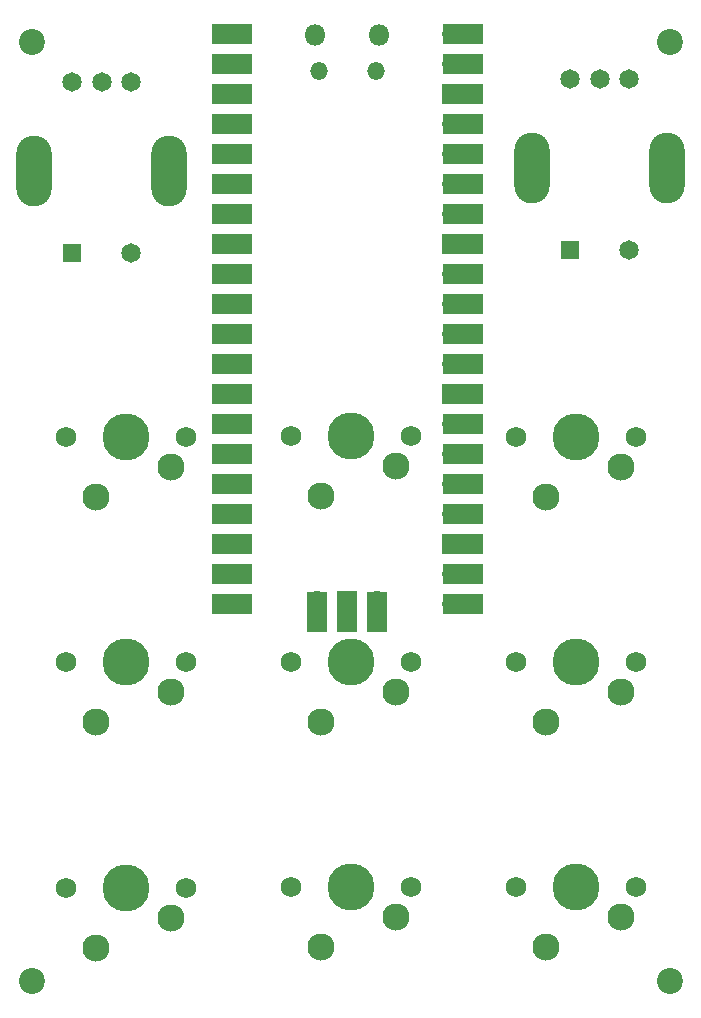
<source format=gbr>
%TF.GenerationSoftware,KiCad,Pcbnew,7.0.2*%
%TF.CreationDate,2023-06-06T14:02:04-04:00*%
%TF.ProjectId,Goufi_v1,476f7566-695f-4763-912e-6b696361645f,rev?*%
%TF.SameCoordinates,Original*%
%TF.FileFunction,Soldermask,Bot*%
%TF.FilePolarity,Negative*%
%FSLAX46Y46*%
G04 Gerber Fmt 4.6, Leading zero omitted, Abs format (unit mm)*
G04 Created by KiCad (PCBNEW 7.0.2) date 2023-06-06 14:02:04*
%MOMM*%
%LPD*%
G01*
G04 APERTURE LIST*
%ADD10C,1.750000*%
%ADD11C,3.987800*%
%ADD12C,2.300000*%
%ADD13R,1.650000X1.650000*%
%ADD14C,1.650000*%
%ADD15O,3.000000X6.000000*%
%ADD16O,1.800000X1.800000*%
%ADD17O,1.500000X1.500000*%
%ADD18O,1.700000X1.700000*%
%ADD19R,3.500000X1.700000*%
%ADD20R,1.700000X1.700000*%
%ADD21R,1.700000X3.500000*%
%ADD22C,2.200000*%
G04 APERTURE END LIST*
D10*
%TO.C,MX7*%
X158654038Y-85966865D03*
D11*
X153574038Y-85966865D03*
D10*
X148494038Y-85966865D03*
D12*
X157384038Y-88506865D03*
X151034038Y-91046865D03*
%TD*%
D13*
%TO.C,MT2*%
X153091100Y-70152000D03*
D14*
X158091100Y-70152000D03*
X153091100Y-55652000D03*
X158091100Y-55652000D03*
X155591100Y-55652000D03*
D15*
X149891100Y-63152000D03*
X161291100Y-63152000D03*
%TD*%
D13*
%TO.C,MT1*%
X110927100Y-70406000D03*
D14*
X115927100Y-70406000D03*
X110927100Y-55906000D03*
X115927100Y-55906000D03*
X113427100Y-55906000D03*
D15*
X107727100Y-63406000D03*
X119127100Y-63406000D03*
%TD*%
D16*
%TO.C,U1*%
X136930038Y-51965365D03*
D17*
X136630038Y-54995365D03*
X131780038Y-54995365D03*
D16*
X131480038Y-51965365D03*
D18*
X143095038Y-51835365D03*
D19*
X143995038Y-51835365D03*
D18*
X143095038Y-54375365D03*
D19*
X143995038Y-54375365D03*
D20*
X143095038Y-56915365D03*
D19*
X143995038Y-56915365D03*
D18*
X143095038Y-59455365D03*
D19*
X143995038Y-59455365D03*
D18*
X143095038Y-61995365D03*
D19*
X143995038Y-61995365D03*
D18*
X143095038Y-64535365D03*
D19*
X143995038Y-64535365D03*
D18*
X143095038Y-67075365D03*
D19*
X143995038Y-67075365D03*
D20*
X143095038Y-69615365D03*
D19*
X143995038Y-69615365D03*
D18*
X143095038Y-72155365D03*
D19*
X143995038Y-72155365D03*
D18*
X143095038Y-74695365D03*
D19*
X143995038Y-74695365D03*
D18*
X143095038Y-77235365D03*
D19*
X143995038Y-77235365D03*
D18*
X143095038Y-79775365D03*
D19*
X143995038Y-79775365D03*
D20*
X143095038Y-82315365D03*
D19*
X143995038Y-82315365D03*
D18*
X143095038Y-84855365D03*
D19*
X143995038Y-84855365D03*
D18*
X143095038Y-87395365D03*
D19*
X143995038Y-87395365D03*
D18*
X143095038Y-89935365D03*
D19*
X143995038Y-89935365D03*
D18*
X143095038Y-92475365D03*
D19*
X143995038Y-92475365D03*
D20*
X143095038Y-95015365D03*
D19*
X143995038Y-95015365D03*
D18*
X143095038Y-97555365D03*
D19*
X143995038Y-97555365D03*
D18*
X143095038Y-100095365D03*
D19*
X143995038Y-100095365D03*
D18*
X125315038Y-100095365D03*
D19*
X124415038Y-100095365D03*
D18*
X125315038Y-97555365D03*
D19*
X124415038Y-97555365D03*
D20*
X125315038Y-95015365D03*
D19*
X124415038Y-95015365D03*
D18*
X125315038Y-92475365D03*
D19*
X124415038Y-92475365D03*
D18*
X125315038Y-89935365D03*
D19*
X124415038Y-89935365D03*
D18*
X125315038Y-87395365D03*
D19*
X124415038Y-87395365D03*
D18*
X125315038Y-84855365D03*
D19*
X124415038Y-84855365D03*
D20*
X125315038Y-82315365D03*
D19*
X124415038Y-82315365D03*
D18*
X125315038Y-79775365D03*
D19*
X124415038Y-79775365D03*
D18*
X125315038Y-77235365D03*
D19*
X124415038Y-77235365D03*
D18*
X125315038Y-74695365D03*
D19*
X124415038Y-74695365D03*
D18*
X125315038Y-72155365D03*
D19*
X124415038Y-72155365D03*
D20*
X125315038Y-69615365D03*
D19*
X124415038Y-69615365D03*
D18*
X125315038Y-67075365D03*
D19*
X124415038Y-67075365D03*
D18*
X125315038Y-64535365D03*
D19*
X124415038Y-64535365D03*
D18*
X125315038Y-61995365D03*
D19*
X124415038Y-61995365D03*
D18*
X125315038Y-59455365D03*
D19*
X124415038Y-59455365D03*
D20*
X125315038Y-56915365D03*
D19*
X124415038Y-56915365D03*
D18*
X125315038Y-54375365D03*
D19*
X124415038Y-54375365D03*
D18*
X125315038Y-51835365D03*
D19*
X124415038Y-51835365D03*
D18*
X136745038Y-99865365D03*
D21*
X136745038Y-100765365D03*
D20*
X134205038Y-99865365D03*
D21*
X134205038Y-100765365D03*
D18*
X131665038Y-99865365D03*
D21*
X131665038Y-100765365D03*
%TD*%
D10*
%TO.C,MX4*%
X139604938Y-85910000D03*
D11*
X134524938Y-85910000D03*
D10*
X129444938Y-85910000D03*
D12*
X138334938Y-88450000D03*
X131984938Y-90990000D03*
%TD*%
D10*
%TO.C,MX1*%
X120544938Y-85952865D03*
D11*
X115464938Y-85952865D03*
D10*
X110384938Y-85952865D03*
D12*
X119274938Y-88492865D03*
X112924938Y-91032865D03*
%TD*%
D22*
%TO.C,REF\u002A\u002A*%
X161500000Y-132000000D03*
%TD*%
D10*
%TO.C,MX2*%
X120556438Y-105015665D03*
D11*
X115476438Y-105015665D03*
D10*
X110396438Y-105015665D03*
D12*
X119286438Y-107555665D03*
X112936438Y-110095665D03*
%TD*%
D10*
%TO.C,MX3*%
X120556438Y-124107865D03*
D11*
X115476438Y-124107865D03*
D10*
X110396438Y-124107865D03*
D12*
X119286438Y-126647865D03*
X112936438Y-129187865D03*
%TD*%
D10*
%TO.C,MX8*%
X158654438Y-105015665D03*
D11*
X153574438Y-105015665D03*
D10*
X148494438Y-105015665D03*
D12*
X157384438Y-107555665D03*
X151034438Y-110095665D03*
%TD*%
D10*
%TO.C,MX5*%
X139634938Y-104970000D03*
D11*
X134554938Y-104970000D03*
D10*
X129474938Y-104970000D03*
D12*
X138364938Y-107510000D03*
X132014938Y-110050000D03*
%TD*%
D22*
%TO.C,REF\u002A\u002A*%
X161500000Y-52500000D03*
%TD*%
%TO.C,REF\u002A\u002A*%
X107500000Y-52500000D03*
%TD*%
%TO.C,REF\u002A\u002A*%
X107500000Y-132000000D03*
%TD*%
D10*
%TO.C,MX9*%
X158654938Y-124060000D03*
D11*
X153574938Y-124060000D03*
D10*
X148494938Y-124060000D03*
D12*
X157384938Y-126600000D03*
X151034938Y-129140000D03*
%TD*%
D10*
%TO.C,MX6*%
X139605638Y-124064465D03*
D11*
X134525638Y-124064465D03*
D10*
X129445638Y-124064465D03*
D12*
X138335638Y-126604465D03*
X131985638Y-129144465D03*
%TD*%
M02*

</source>
